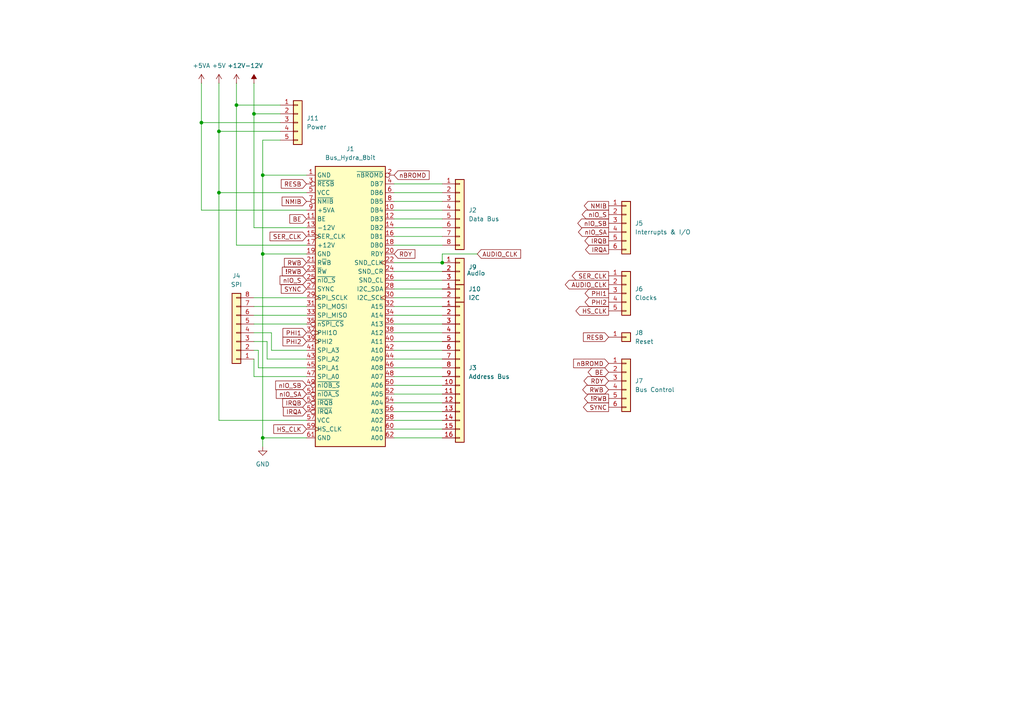
<source format=kicad_sch>
(kicad_sch (version 20250114) (generator "eeschema") (generator_version "9.0")
  (paper "A4")
  (lib_symbols
    (symbol "Connector:Bus_Hydra_8bit"
      (property "Reference" "J1" (at 0 45.72 0))
      (property "Value" "Bus_Hydra_8bit" (at 0 43.18 0))
      (symbol "Bus_Hydra_8bit_0_1"
        (rectangle (start -10.16 40.64) (end 10.16 -40.64) (stroke (width 0.254)) (fill (type background)))
      )
      (symbol "Bus_Hydra_8bit_1_1"
        (pin power_in line (at -12.7 38.1 0) (length 2.54) (name "GND") (number "1"))
        (pin output inverted (at -12.7 35.56 0) (length 2.54) (name "~{RESB}") (number "3"))
        (pin power_in line (at -12.7 33.02 0) (length 2.54) (name "VCC") (number "5"))
        (pin passive inverted (at -12.7 30.48 0) (length 2.54) (name "~{NMIB}") (number "7"))
        (pin power_in line (at -12.7 27.94 0) (length 2.54) (name "+5VA") (number "9"))
        (pin bidirectional line (at -12.7 25.4 0) (length 2.54) (name "BE") (number "11"))
        (pin power_in line (at -12.7 22.86 0) (length 2.54) (name "-12V") (number "13"))
        (pin output clock (at -12.7 20.32 0) (length 2.54) (name "SER_CLK") (number "15"))
        (pin power_in line (at -12.7 17.78 0) (length 2.54) (name "+12V") (number "17"))
        (pin power_in line (at -12.7 15.24 0) (length 2.54) (name "GND") (number "19"))
        (pin tri_state line (at -12.7 12.7 0) (length 2.54) (name "R~{W}B") (number "21"))
        (pin output line (at -12.7 10.16 0) (length 2.54) (name "~{R}W") (number "23"))
        (pin output inverted (at -12.7 7.62 0) (length 2.54) (name "~{nIO_S}") (number "25"))
        (pin output line (at -12.7 5.08 0) (length 2.54) (name "SYNC") (number "27"))
        (pin output clock (at -12.7 2.54 0) (length 2.54) (name "SPI_SCLK") (number "29"))
        (pin output line (at -12.7 0 0) (length 2.54) (name "SPI_MOSI") (number "31"))
        (pin input line (at -12.7 -2.54 0) (length 2.54) (name "SPI_MISO") (number "33"))
        (pin output inverted (at -12.7 -5.08 0) (length 2.54) (name "~{nSPI_CS}") (number "35"))
        (pin output inverted_clock (at -12.7 -7.62 0) (length 2.54) (name "PHI1O") (number "37"))
        (pin output clock (at -12.7 -10.16 0) (length 2.54) (name "PHI2") (number "39"))
        (pin output line (at -12.7 -12.7 0) (length 2.54) (name "SPI_A3") (number "41"))
        (pin output line (at -12.7 -15.24 0) (length 2.54) (name "SPI_A2") (number "43"))
        (pin output line (at -12.7 -17.78 0) (length 2.54) (name "SPI_A1") (number "45"))
        (pin output line (at -12.7 -20.32 0) (length 2.54) (name "SPI_A0") (number "47"))
        (pin output inverted (at -12.7 -22.86 0) (length 2.54) (name "~{nIOB_S}") (number "49"))
        (pin output inverted (at -12.7 -25.4 0) (length 2.54) (name "~{nIOA_S}") (number "51"))
        (pin input inverted (at -12.7 -27.94 0) (length 2.54) (name "~{IRQB}") (number "53"))
        (pin input inverted (at -12.7 -30.48 0) (length 2.54) (name "~{IRQA}") (number "55"))
        (pin power_in line (at -12.7 -33.02 0) (length 2.54) (name "VCC") (number "57"))
        (pin output clock (at -12.7 -35.56 0) (length 2.54) (name "HS_CLK") (number "59"))
        (pin power_in line (at -12.7 -38.1 0) (length 2.54) (name "GND") (number "61"))
        (pin input inverted (at 12.7 38.1 180) (length 2.54) (name "~{nBROMD}") (number "2"))
        (pin tri_state line (at 12.7 35.56 180) (length 2.54) (name "DB7") (number "4"))
        (pin tri_state line (at 12.7 33.02 180) (length 2.54) (name "DB6") (number "6"))
        (pin tri_state line (at 12.7 30.48 180) (length 2.54) (name "DB5") (number "8"))
        (pin tri_state line (at 12.7 27.94 180) (length 2.54) (name "DB4") (number "10"))
        (pin tri_state line (at 12.7 25.4 180) (length 2.54) (name "DB3") (number "12"))
        (pin tri_state line (at 12.7 22.86 180) (length 2.54) (name "DB2") (number "14"))
        (pin tri_state line (at 12.7 20.32 180) (length 2.54) (name "DB1") (number "16"))
        (pin tri_state line (at 12.7 17.78 180) (length 2.54) (name "DB0") (number "18"))
        (pin output line (at 12.7 15.24 180) (length 2.54) (name "RDY") (number "20"))
        (pin output clock (at 12.7 12.7 180) (length 2.54) (name "SND_CLK") (number "22"))
        (pin input line (at 12.7 10.16 180) (length 2.54) (name "SND_CR") (number "24"))
        (pin input line (at 12.7 7.62 180) (length 2.54) (name "SND_CL") (number "26"))
        (pin bidirectional line (at 12.7 5.08 180) (length 2.54) (name "I2C_SDA") (number "28"))
        (pin output clock (at 12.7 2.54 180) (length 2.54) (name "I2C_SCL") (number "30"))
        (pin tri_state line (at 12.7 0 180) (length 2.54) (name "A15") (number "32"))
        (pin tri_state line (at 12.7 -2.54 180) (length 2.54) (name "A14") (number "34"))
        (pin tri_state line (at 12.7 -5.08 180) (length 2.54) (name "A13") (number "36"))
        (pin tri_state line (at 12.7 -7.62 180) (length 2.54) (name "A12") (number "38"))
        (pin tri_state line (at 12.7 -10.16 180) (length 2.54) (name "A11") (number "40"))
        (pin tri_state line (at 12.7 -12.7 180) (length 2.54) (name "A10") (number "42"))
        (pin tri_state line (at 12.7 -15.24 180) (length 2.54) (name "A09") (number "44"))
        (pin tri_state line (at 12.7 -17.78 180) (length 2.54) (name "A08") (number "46"))
        (pin tri_state line (at 12.7 -20.32 180) (length 2.54) (name "A07") (number "48"))
        (pin tri_state line (at 12.7 -22.86 180) (length 2.54) (name "A06") (number "50"))
        (pin tri_state line (at 12.7 -25.4 180) (length 2.54) (name "A05") (number "52"))
        (pin tri_state line (at 12.7 -27.94 180) (length 2.54) (name "A04") (number "54"))
        (pin tri_state line (at 12.7 -30.48 180) (length 2.54) (name "A03") (number "56"))
        (pin tri_state line (at 12.7 -33.02 180) (length 2.54) (name "A02") (number "58"))
        (pin tri_state line (at 12.7 -35.56 180) (length 2.54) (name "A01") (number "60"))
        (pin tri_state line (at 12.7 -38.1 180) (length 2.54) (name "A00") (number "62"))
      )
    )
    (symbol "Connector_Generic:Conn_01x01" (pin_names (offset 1.016) (hide yes))
      (property "Reference" "J" (at 0 2.54 0))
      (property "Value" "Conn_01x01" (at 0 -2.54 0))
      (symbol "Conn_01x01_1_1"
        (rectangle (start -1.27 1.27) (end 1.27 -1.27) (stroke (width 0.254)) (fill (type background)))
        (rectangle (start -1.27 0.127) (end 0 -0.127) (stroke (width 0.1524)))
        (pin passive line (at -5.08 0 0) (length 3.81) (name "Pin_1") (number "1"))
      )
    )
    (symbol "Connector_Generic:Conn_01x02" (pin_names (offset 1.016) (hide yes))
      (property "Reference" "J" (at 0 2.54 0))
      (property "Value" "Conn_01x02" (at 0 -5.08 0))
      (symbol "Conn_01x02_1_1"
        (rectangle (start -1.27 1.27) (end 1.27 -3.81) (stroke (width 0.254)) (fill (type background)))
        (rectangle (start -1.27 0.127) (end 0 -0.127) (stroke (width 0.1524)))
        (rectangle (start -1.27 -2.413) (end 0 -2.667) (stroke (width 0.1524)))
        (pin passive line (at -5.08 0 0) (length 3.81) (name "Pin_1") (number "1"))
        (pin passive line (at -5.08 -2.54 0) (length 3.81) (name "Pin_2") (number "2"))
      )
    )
    (symbol "Connector_Generic:Conn_01x03" (pin_names (offset 1.016) (hide yes))
      (property "Reference" "J" (at 0 5.08 0))
      (property "Value" "Conn_01x03" (at 0 -5.08 0))
      (symbol "Conn_01x03_1_1"
        (rectangle (start -1.27 3.81) (end 1.27 -3.81) (stroke (width 0.254)) (fill (type background)))
        (rectangle (start -1.27 2.667) (end 0 2.413) (stroke (width 0.1524)))
        (rectangle (start -1.27 0.127) (end 0 -0.127) (stroke (width 0.1524)))
        (rectangle (start -1.27 -2.413) (end 0 -2.667) (stroke (width 0.1524)))
        (pin passive line (at -5.08 2.54 0) (length 3.81) (name "Pin_1") (number "1"))
        (pin passive line (at -5.08 0 0) (length 3.81) (name "Pin_2") (number "2"))
        (pin passive line (at -5.08 -2.54 0) (length 3.81) (name "Pin_3") (number "3"))
      )
    )
    (symbol "Connector_Generic:Conn_01x05" (pin_names (offset 1.016) (hide yes))
      (property "Reference" "J" (at 0 7.62 0))
      (property "Value" "Conn_01x05" (at 0 -7.62 0))
      (symbol "Conn_01x05_1_1"
        (rectangle (start -1.27 6.35) (end 1.27 -6.35) (stroke (width 0.254)) (fill (type background)))
        (rectangle (start -1.27 5.207) (end 0 4.953) (stroke (width 0.1524)))
        (rectangle (start -1.27 2.667) (end 0 2.413) (stroke (width 0.1524)))
        (rectangle (start -1.27 0.127) (end 0 -0.127) (stroke (width 0.1524)))
        (rectangle (start -1.27 -2.413) (end 0 -2.667) (stroke (width 0.1524)))
        (rectangle (start -1.27 -4.953) (end 0 -5.207) (stroke (width 0.1524)))
        (pin passive line (at -5.08 5.08 0) (length 3.81) (name "Pin_1") (number "1"))
        (pin passive line (at -5.08 2.54 0) (length 3.81) (name "Pin_2") (number "2"))
        (pin passive line (at -5.08 0 0) (length 3.81) (name "Pin_3") (number "3"))
        (pin passive line (at -5.08 -2.54 0) (length 3.81) (name "Pin_4") (number "4"))
        (pin passive line (at -5.08 -5.08 0) (length 3.81) (name "Pin_5") (number "5"))
      )
    )
    (symbol "Connector_Generic:Conn_01x06" (pin_names (offset 1.016) (hide yes))
      (property "Reference" "J" (at 0 7.62 0))
      (property "Value" "Conn_01x06" (at 0 -10.16 0))
      (symbol "Conn_01x06_1_1"
        (rectangle (start -1.27 6.35) (end 1.27 -8.89) (stroke (width 0.254)) (fill (type background)))
        (rectangle (start -1.27 5.207) (end 0 4.953) (stroke (width 0.1524)))
        (rectangle (start -1.27 2.667) (end 0 2.413) (stroke (width 0.1524)))
        (rectangle (start -1.27 0.127) (end 0 -0.127) (stroke (width 0.1524)))
        (rectangle (start -1.27 -2.413) (end 0 -2.667) (stroke (width 0.1524)))
        (rectangle (start -1.27 -4.953) (end 0 -5.207) (stroke (width 0.1524)))
        (rectangle (start -1.27 -7.493) (end 0 -7.747) (stroke (width 0.1524)))
        (pin passive line (at -5.08 5.08 0) (length 3.81) (name "Pin_1") (number "1"))
        (pin passive line (at -5.08 2.54 0) (length 3.81) (name "Pin_2") (number "2"))
        (pin passive line (at -5.08 0 0) (length 3.81) (name "Pin_3") (number "3"))
        (pin passive line (at -5.08 -2.54 0) (length 3.81) (name "Pin_4") (number "4"))
        (pin passive line (at -5.08 -5.08 0) (length 3.81) (name "Pin_5") (number "5"))
        (pin passive line (at -5.08 -7.62 0) (length 3.81) (name "Pin_6") (number "6"))
      )
    )
    (symbol "Connector_Generic:Conn_01x08" (pin_names (offset 1.016) (hide yes))
      (property "Reference" "J" (at 0 10.16 0))
      (property "Value" "Conn_01x08" (at 0 -12.7 0))
      (symbol "Conn_01x08_1_1"
        (rectangle (start -1.27 8.89) (end 1.27 -11.43) (stroke (width 0.254)) (fill (type background)))
        (rectangle (start -1.27 7.747) (end 0 7.493) (stroke (width 0.1524)))
        (rectangle (start -1.27 5.207) (end 0 4.953) (stroke (width 0.1524)))
        (rectangle (start -1.27 2.667) (end 0 2.413) (stroke (width 0.1524)))
        (rectangle (start -1.27 0.127) (end 0 -0.127) (stroke (width 0.1524)))
        (rectangle (start -1.27 -2.413) (end 0 -2.667) (stroke (width 0.1524)))
        (rectangle (start -1.27 -4.953) (end 0 -5.207) (stroke (width 0.1524)))
        (rectangle (start -1.27 -7.493) (end 0 -7.747) (stroke (width 0.1524)))
        (rectangle (start -1.27 -10.033) (end 0 -10.287) (stroke (width 0.1524)))
        (pin passive line (at -5.08 7.62 0) (length 3.81) (name "Pin_1") (number "1"))
        (pin passive line (at -5.08 5.08 0) (length 3.81) (name "Pin_2") (number "2"))
        (pin passive line (at -5.08 2.54 0) (length 3.81) (name "Pin_3") (number "3"))
        (pin passive line (at -5.08 0 0) (length 3.81) (name "Pin_4") (number "4"))
        (pin passive line (at -5.08 -2.54 0) (length 3.81) (name "Pin_5") (number "5"))
        (pin passive line (at -5.08 -5.08 0) (length 3.81) (name "Pin_6") (number "6"))
        (pin passive line (at -5.08 -7.62 0) (length 3.81) (name "Pin_7") (number "7"))
        (pin passive line (at -5.08 -10.16 0) (length 3.81) (name "Pin_8") (number "8"))
      )
    )
    (symbol "Connector_Generic:Conn_01x16" (pin_names (offset 1.016) (hide yes))
      (property "Reference" "J" (at 0 20.32 0))
      (property "Value" "Conn_01x16" (at 0 -22.86 0))
      (symbol "Conn_01x16_1_1"
        (rectangle (start -1.27 19.05) (end 1.27 -21.59) (stroke (width 0.254)) (fill (type background)))
        (rectangle (start -1.27 17.907) (end 0 17.653) (stroke (width 0.1524)))
        (rectangle (start -1.27 15.367) (end 0 15.113) (stroke (width 0.1524)))
        (rectangle (start -1.27 12.827) (end 0 12.573) (stroke (width 0.1524)))
        (rectangle (start -1.27 10.287) (end 0 10.033) (stroke (width 0.1524)))
        (rectangle (start -1.27 7.747) (end 0 7.493) (stroke (width 0.1524)))
        (rectangle (start -1.27 5.207) (end 0 4.953) (stroke (width 0.1524)))
        (rectangle (start -1.27 2.667) (end 0 2.413) (stroke (width 0.1524)))
        (rectangle (start -1.27 0.127) (end 0 -0.127) (stroke (width 0.1524)))
        (rectangle (start -1.27 -2.413) (end 0 -2.667) (stroke (width 0.1524)))
        (rectangle (start -1.27 -4.953) (end 0 -5.207) (stroke (width 0.1524)))
        (rectangle (start -1.27 -7.493) (end 0 -7.747) (stroke (width 0.1524)))
        (rectangle (start -1.27 -10.033) (end 0 -10.287) (stroke (width 0.1524)))
        (rectangle (start -1.27 -12.573) (end 0 -12.827) (stroke (width 0.1524)))
        (rectangle (start -1.27 -15.113) (end 0 -15.367) (stroke (width 0.1524)))
        (rectangle (start -1.27 -17.653) (end 0 -17.907) (stroke (width 0.1524)))
        (rectangle (start -1.27 -20.193) (end 0 -20.447) (stroke (width 0.1524)))
        (pin passive line (at -5.08 17.78 0) (length 3.81) (name "Pin_1") (number "1"))
        (pin passive line (at -5.08 15.24 0) (length 3.81) (name "Pin_2") (number "2"))
        (pin passive line (at -5.08 12.7 0) (length 3.81) (name "Pin_3") (number "3"))
        (pin passive line (at -5.08 10.16 0) (length 3.81) (name "Pin_4") (number "4"))
        (pin passive line (at -5.08 7.62 0) (length 3.81) (name "Pin_5") (number "5"))
        (pin passive line (at -5.08 5.08 0) (length 3.81) (name "Pin_6") (number "6"))
        (pin passive line (at -5.08 2.54 0) (length 3.81) (name "Pin_7") (number "7"))
        (pin passive line (at -5.08 0 0) (length 3.81) (name "Pin_8") (number "8"))
        (pin passive line (at -5.08 -2.54 0) (length 3.81) (name "Pin_9") (number "9"))
        (pin passive line (at -5.08 -5.08 0) (length 3.81) (name "Pin_10") (number "10"))
        (pin passive line (at -5.08 -7.62 0) (length 3.81) (name "Pin_11") (number "11"))
        (pin passive line (at -5.08 -10.16 0) (length 3.81) (name "Pin_12") (number "12"))
        (pin passive line (at -5.08 -12.7 0) (length 3.81) (name "Pin_13") (number "13"))
        (pin passive line (at -5.08 -15.24 0) (length 3.81) (name "Pin_14") (number "14"))
        (pin passive line (at -5.08 -17.78 0) (length 3.81) (name "Pin_15") (number "15"))
        (pin passive line (at -5.08 -20.32 0) (length 3.81) (name "Pin_16") (number "16"))
      )
    )
    (symbol "power:+12V" (power) (pin_numbers (hide yes)) (pin_names (offset 0) (hide yes))
      (property "Value" "+12V" (at 0 3.556 0))
      (symbol "+12V_0_1"
        (polyline (pts (xy -0.762 1.27) (xy 0 2.54)))
        (polyline (pts (xy 0 2.54) (xy 0.762 1.27)))
        (polyline (pts (xy 0 0) (xy 0 2.54)))
      )
      (symbol "+12V_1_1"
        (pin power_in line (at 0 0 90) (length 0) (name "~") (number "1"))
      )
    )
    (symbol "power:+5V" (power) (pin_numbers (hide yes)) (pin_names (offset 0) (hide yes))
      (property "Value" "+5V" (at 0 3.556 0))
      (symbol "+5V_0_1"
        (polyline (pts (xy -0.762 1.27) (xy 0 2.54)))
        (polyline (pts (xy 0 2.54) (xy 0.762 1.27)))
        (polyline (pts (xy 0 0) (xy 0 2.54)))
      )
      (symbol "+5V_1_1"
        (pin power_in line (at 0 0 90) (length 0) (name "~") (number "1"))
      )
    )
    (symbol "power:+5VA" (power) (pin_numbers (hide yes)) (pin_names (offset 0) (hide yes))
      (property "Value" "+5VA" (at 0 3.556 0))
      (symbol "+5VA_0_1"
        (polyline (pts (xy -0.762 1.27) (xy 0 2.54)))
        (polyline (pts (xy 0 2.54) (xy 0.762 1.27)))
        (polyline (pts (xy 0 0) (xy 0 2.54)))
      )
      (symbol "+5VA_1_1"
        (pin power_in line (at 0 0 90) (length 0) (name "~") (number "1"))
      )
    )
    (symbol "power:-12V" (power) (pin_numbers (hide yes)) (pin_names (offset 0) (hide yes))
      (property "Value" "-12V" (at 0 3.556 0))
      (symbol "-12V_0_0"
        (pin power_in line (at 0 0 90) (length 0) (name "~") (number "1"))
      )
      (symbol "-12V_0_1"
        (polyline (pts (xy 0 0) (xy 0 1.27) (xy 0.762 1.27) (xy 0 2.54) (xy -0.762 1.27) (xy 0 1.27)) (fill (type outline)))
      )
    )
    (symbol "power:GND" (power) (pin_numbers (hide yes)) (pin_names (offset 0) (hide yes))
      (property "Value" "GND" (at 0 -3.81 0))
      (symbol "GND_0_1"
        (polyline (pts (xy 0 0) (xy 0 -1.27) (xy 1.27 -1.27) (xy 0 -2.54) (xy -1.27 -1.27) (xy 0 -1.27)))
      )
      (symbol "GND_1_1"
        (pin power_in line (at 0 0 270) (length 0) (name "~") (number "1"))
      )
    )
  )
  (junction (at 63.5 55.88))
  (junction (at 63.5 38.1))
  (junction (at 128.27 76.2))
  (junction (at 58.42 35.56))
  (junction (at 73.66 33.02))
  (junction (at 76.2 50.8))
  (junction (at 76.2 73.66))
  (junction (at 76.2 127))
  (junction (at 68.58 30.48))
  (wire (pts (xy 78.74 101.6) (xy 78.74 96.52)))
  (wire (pts (xy 128.27 68.58) (xy 114.3 68.58)))
  (wire (pts (xy 73.66 104.14) (xy 73.66 109.22)))
  (wire (pts (xy 73.66 33.02) (xy 73.66 66.04)))
  (wire (pts (xy 128.27 55.88) (xy 114.3 55.88)))
  (wire (pts (xy 114.3 86.36) (xy 128.27 86.36)))
  (wire (pts (xy 88.9 127) (xy 76.2 127)))
  (wire (pts (xy 128.27 109.22) (xy 114.3 109.22)))
  (wire (pts (xy 128.27 121.92) (xy 114.3 121.92)))
  (wire (pts (xy 128.27 116.84) (xy 114.3 116.84)))
  (wire (pts (xy 128.27 53.34) (xy 114.3 53.34)))
  (wire (pts (xy 128.27 93.98) (xy 114.3 93.98)))
  (wire (pts (xy 88.9 121.92) (xy 63.5 121.92)))
  (wire (pts (xy 76.2 50.8) (xy 76.2 73.66)))
  (wire (pts (xy 128.27 96.52) (xy 114.3 96.52)))
  (wire (pts (xy 128.27 124.46) (xy 114.3 124.46)))
  (wire (pts (xy 128.27 88.9) (xy 114.3 88.9)))
  (wire (pts (xy 128.27 60.96) (xy 114.3 60.96)))
  (wire (pts (xy 114.3 81.28) (xy 128.27 81.28)))
  (wire (pts (xy 128.27 63.5) (xy 114.3 63.5)))
  (wire (pts (xy 76.2 127) (xy 76.2 129.54)))
  (wire (pts (xy 63.5 121.92) (xy 63.5 55.88)))
  (wire (pts (xy 128.27 114.3) (xy 114.3 114.3)))
  (wire (pts (xy 138.43 73.66) (xy 128.27 73.66)))
  (wire (pts (xy 88.9 71.12) (xy 68.58 71.12)))
  (wire (pts (xy 88.9 60.96) (xy 58.42 60.96)))
  (wire (pts (xy 68.58 24.13) (xy 68.58 30.48)))
  (wire (pts (xy 73.66 24.13) (xy 73.66 33.02)))
  (wire (pts (xy 73.66 101.6) (xy 74.93 101.6)))
  (wire (pts (xy 128.27 104.14) (xy 114.3 104.14)))
  (wire (pts (xy 74.93 106.68) (xy 88.9 106.68)))
  (wire (pts (xy 73.66 33.02) (xy 81.28 33.02)))
  (wire (pts (xy 77.47 104.14) (xy 77.47 99.06)))
  (wire (pts (xy 76.2 73.66) (xy 88.9 73.66)))
  (wire (pts (xy 58.42 35.56) (xy 58.42 60.96)))
  (wire (pts (xy 128.27 119.38) (xy 114.3 119.38)))
  (wire (pts (xy 63.5 38.1) (xy 63.5 55.88)))
  (wire (pts (xy 114.3 83.82) (xy 128.27 83.82)))
  (wire (pts (xy 88.9 50.8) (xy 76.2 50.8)))
  (wire (pts (xy 128.27 71.12) (xy 114.3 71.12)))
  (wire (pts (xy 128.27 91.44) (xy 114.3 91.44)))
  (wire (pts (xy 76.2 73.66) (xy 76.2 127)))
  (wire (pts (xy 68.58 30.48) (xy 68.58 71.12)))
  (wire (pts (xy 128.27 127) (xy 114.3 127)))
  (wire (pts (xy 68.58 30.48) (xy 81.28 30.48)))
  (wire (pts (xy 128.27 73.66) (xy 128.27 76.2)))
  (wire (pts (xy 128.27 76.2) (xy 114.3 76.2)))
  (wire (pts (xy 63.5 38.1) (xy 81.28 38.1)))
  (wire (pts (xy 77.47 99.06) (xy 73.66 99.06)))
  (wire (pts (xy 73.66 86.36) (xy 88.9 86.36)))
  (wire (pts (xy 78.74 96.52) (xy 73.66 96.52)))
  (wire (pts (xy 73.66 91.44) (xy 88.9 91.44)))
  (wire (pts (xy 128.27 101.6) (xy 114.3 101.6)))
  (wire (pts (xy 58.42 24.13) (xy 58.42 35.56)))
  (wire (pts (xy 81.28 40.64) (xy 76.2 40.64)))
  (wire (pts (xy 63.5 24.13) (xy 63.5 38.1)))
  (wire (pts (xy 88.9 66.04) (xy 73.66 66.04)))
  (wire (pts (xy 73.66 93.98) (xy 88.9 93.98)))
  (wire (pts (xy 128.27 99.06) (xy 114.3 99.06)))
  (wire (pts (xy 114.3 78.74) (xy 128.27 78.74)))
  (wire (pts (xy 128.27 111.76) (xy 114.3 111.76)))
  (wire (pts (xy 58.42 35.56) (xy 81.28 35.56)))
  (wire (pts (xy 73.66 109.22) (xy 88.9 109.22)))
  (wire (pts (xy 88.9 104.14) (xy 77.47 104.14)))
  (wire (pts (xy 63.5 55.88) (xy 88.9 55.88)))
  (wire (pts (xy 76.2 40.64) (xy 76.2 50.8)))
  (wire (pts (xy 88.9 101.6) (xy 78.74 101.6)))
  (wire (pts (xy 128.27 58.42) (xy 114.3 58.42)))
  (wire (pts (xy 128.27 106.68) (xy 114.3 106.68)))
  (wire (pts (xy 74.93 101.6) (xy 74.93 106.68)))
  (wire (pts (xy 73.66 88.9) (xy 88.9 88.9)))
  (wire (pts (xy 128.27 66.04) (xy 114.3 66.04)))
  (global_label "!RWB" (shape output) (at 176.53 115.57 180) (property "Intersheetrefs" "${INTERSHEET_REFS}" (effects (hide yes))))
  (global_label "nIO_S" (shape output) (at 176.53 62.23 180) (property "Intersheetrefs" "${INTERSHEET_REFS}" (effects (hide yes))))
  (global_label "NMIB" (shape output) (at 176.53 59.69 180) (property "Intersheetrefs" "${INTERSHEET_REFS}" (effects (hide yes))))
  (global_label "PHI1" (shape input) (at 88.9 96.52 180) (property "Intersheetrefs" "${INTERSHEET_REFS}" (effects (hide yes))))
  (global_label "AUDIO_CLK" (shape output) (at 176.53 82.55 180) (property "Intersheetrefs" "${INTERSHEET_REFS}" (effects (hide yes))))
  (global_label "BE" (shape bidirectional) (at 176.53 107.95 180) (property "Intersheetrefs" "${INTERSHEET_REFS}" (effects (hide yes))))
  (global_label "HS_CLK" (shape input) (at 88.9 124.46 180) (property "Intersheetrefs" "${INTERSHEET_REFS}" (effects (hide yes))))
  (global_label "nBROMD" (shape input) (at 176.53 105.41 180) (property "Intersheetrefs" "${INTERSHEET_REFS}" (effects (hide yes))))
  (global_label "RWB" (shape bidirectional) (at 176.53 113.03 180) (property "Intersheetrefs" "${INTERSHEET_REFS}" (effects (hide yes))))
  (global_label "RWB" (shape input) (at 88.9 76.2 180) (property "Intersheetrefs" "${INTERSHEET_REFS}" (effects (hide yes))))
  (global_label "SER_CLK" (shape output) (at 176.53 80.01 180) (property "Intersheetrefs" "${INTERSHEET_REFS}" (effects (hide yes))))
  (global_label "RESB" (shape input) (at 176.53 97.79 180) (property "Intersheetrefs" "${INTERSHEET_REFS}" (effects (hide yes))))
  (global_label "nIO_SB" (shape input) (at 88.9 111.76 180) (property "Intersheetrefs" "${INTERSHEET_REFS}" (effects (hide yes))))
  (global_label "RDY" (shape input) (at 114.3 73.66 0) (property "Intersheetrefs" "${INTERSHEET_REFS}" (effects (hide yes))))
  (global_label "!RWB" (shape input) (at 88.9 78.74 180) (property "Intersheetrefs" "${INTERSHEET_REFS}" (effects (hide yes))))
  (global_label "AUDIO_CLK" (shape input) (at 138.43 73.66 0) (property "Intersheetrefs" "${INTERSHEET_REFS}" (effects (hide yes))))
  (global_label "PHI2" (shape input) (at 88.9 99.06 180) (property "Intersheetrefs" "${INTERSHEET_REFS}" (effects (hide yes))))
  (global_label "PHI1" (shape output) (at 176.53 85.09 180) (property "Intersheetrefs" "${INTERSHEET_REFS}" (effects (hide yes))))
  (global_label "IRQB" (shape output) (at 176.53 69.85 180) (property "Intersheetrefs" "${INTERSHEET_REFS}" (effects (hide yes))))
  (global_label "nIO_S" (shape input) (at 88.9 81.28 180) (property "Intersheetrefs" "${INTERSHEET_REFS}" (effects (hide yes))))
  (global_label "IRQB" (shape input) (at 88.9 116.84 180) (property "Intersheetrefs" "${INTERSHEET_REFS}" (effects (hide yes))))
  (global_label "IRQA" (shape input) (at 88.9 119.38 180) (property "Intersheetrefs" "${INTERSHEET_REFS}" (effects (hide yes))))
  (global_label "SYNC" (shape output) (at 176.53 118.11 180) (property "Intersheetrefs" "${INTERSHEET_REFS}" (effects (hide yes))))
  (global_label "RESB" (shape input) (at 88.9 53.34 180) (property "Intersheetrefs" "${INTERSHEET_REFS}" (effects (hide yes))))
  (global_label "NMIB" (shape input) (at 88.9 58.42 180) (property "Intersheetrefs" "${INTERSHEET_REFS}" (effects (hide yes))))
  (global_label "IRQA" (shape output) (at 176.53 72.39 180) (property "Intersheetrefs" "${INTERSHEET_REFS}" (effects (hide yes))))
  (global_label "SER_CLK" (shape input) (at 88.9 68.58 180) (property "Intersheetrefs" "${INTERSHEET_REFS}" (effects (hide yes))))
  (global_label "nBROMD" (shape input) (at 114.3 50.8 0) (property "Intersheetrefs" "${INTERSHEET_REFS}" (effects (hide yes))))
  (global_label "SYNC" (shape input) (at 88.9 83.82 180) (property "Intersheetrefs" "${INTERSHEET_REFS}" (effects (hide yes))))
  (global_label "PHI2" (shape output) (at 176.53 87.63 180) (property "Intersheetrefs" "${INTERSHEET_REFS}" (effects (hide yes))))
  (global_label "nIO_SA" (shape input) (at 88.9 114.3 180) (property "Intersheetrefs" "${INTERSHEET_REFS}" (effects (hide yes))))
  (global_label "nIO_SB" (shape output) (at 176.53 64.77 180) (property "Intersheetrefs" "${INTERSHEET_REFS}" (effects (hide yes))))
  (global_label "BE" (shape input) (at 88.9 63.5 180) (property "Intersheetrefs" "${INTERSHEET_REFS}" (effects (hide yes))))
  (global_label "RDY" (shape bidirectional) (at 176.53 110.49 180) (property "Intersheetrefs" "${INTERSHEET_REFS}" (effects (hide yes))))
  (global_label "HS_CLK" (shape output) (at 176.53 90.17 180) (property "Intersheetrefs" "${INTERSHEET_REFS}" (effects (hide yes))))
  (global_label "nIO_SA" (shape output) (at 176.53 67.31 180) (property "Intersheetrefs" "${INTERSHEET_REFS}" (effects (hide yes))))
  (symbol (lib_id "Connector_Generic:Conn_01x02") (at 133.35 83.82 0) (unit 1)
    (property "Reference" "J10" (at 135.89 83.8199 0) (effects (justify left)))
    (property "Value" "I2C" (at 135.89 86.3599 0) (effects (justify left)))
    (property "Footprint" "Connector_PinHeader_2.54mm:PinHeader_1x02_P2.54mm_Vertical" (effects (hide yes)))
    (property "Description" "Generic connector, single row, 01x02, script generated (kicad-library-utils/schlib/autogen/connector/)" (effects (hide yes)))
  )
  (symbol (lib_id "power:+12V") (at 68.58 24.13 0) (unit 1)
    (property "Reference" "#PWR03" (effects (hide yes)))
    (property "Value" "+12V" (at 68.58 19.05 0))
    (property "Description" "Power symbol creates a global label with name \"+12V\"" (effects (hide yes)))
  )
  (symbol (lib_id "power:-12V") (at 73.66 24.13 0) (unit 1)
    (property "Reference" "#PWR04" (effects (hide yes)))
    (property "Value" "-12V" (at 73.66 19.05 0))
    (property "Description" "Power symbol creates a global label with name \"-12V\"" (effects (hide yes)))
  )
  (symbol (lib_id "Connector_Generic:Conn_01x16") (at 133.35 106.68 0) (unit 1)
    (property "Reference" "J3" (at 135.89 106.6799 0) (effects (justify left)))
    (property "Value" "Address Bus" (at 135.89 109.2199 0) (effects (justify left)))
    (property "Footprint" "Connector_PinHeader_2.54mm:PinHeader_1x16_P2.54mm_Vertical" (effects (hide yes)))
    (property "Description" "Generic connector, single row, 01x16, script generated (kicad-library-utils/schlib/autogen/connector/)" (effects (hide yes)))
  )
  (symbol (lib_id "Connector_Generic:Conn_01x06") (at 181.61 110.49 0) (unit 1)
    (property "Reference" "J7" (at 184.15 110.4899 0) (effects (justify left)))
    (property "Value" "Bus Control" (at 184.15 113.0299 0) (effects (justify left)))
    (property "Footprint" "Connector_PinHeader_2.54mm:PinHeader_1x06_P2.54mm_Vertical" (effects (hide yes)))
    (property "Description" "Generic connector, single row, 01x06, script generated (kicad-library-utils/schlib/autogen/connector/)" (effects (hide yes)))
  )
  (symbol (lib_id "Connector_Generic:Conn_01x06") (at 181.61 64.77 0) (unit 1)
    (property "Reference" "J5" (at 184.15 64.7699 0) (effects (justify left)))
    (property "Value" "Interrupts & I/O" (at 184.15 67.3099 0) (effects (justify left)))
    (property "Footprint" "Connector_PinHeader_2.54mm:PinHeader_1x06_P2.54mm_Vertical" (effects (hide yes)))
    (property "Description" "Generic connector, single row, 01x06, script generated (kicad-library-utils/schlib/autogen/connector/)" (effects (hide yes)))
  )
  (symbol (lib_id "power:GND") (at 76.2 129.54 0) (unit 1)
    (property "Reference" "#PWR01" (effects (hide yes)))
    (property "Value" "GND" (at 76.2 134.62 0))
    (property "Description" "Power symbol creates a global label with name \"GND\" , ground" (effects (hide yes)))
  )
  (symbol (lib_id "Connector:Bus_Hydra_8bit") (at 101.6 88.9 0) (unit 1)
    (property "Reference" "J1" (at 101.6 43.18 0))
    (property "Value" "Bus_Hydra_8bit" (at 101.6 45.72 0))
    (property "Footprint" "Connector_PCBEdge:BUS_Hydra_8Bit" (effects (hide yes)))
    (property "Description" "8-bit Hydra bus connector" (effects (hide yes)))
  )
  (symbol (lib_id "Connector_Generic:Conn_01x03") (at 133.35 78.74 0) (unit 1)
    (property "Reference" "J9" (at 135.89 77.4699 0) (effects (justify left)))
    (property "Value" "Audio" (at 135.382 79.248 0) (effects (justify left)))
    (property "Footprint" "Connector_PinHeader_2.54mm:PinHeader_1x03_P2.54mm_Vertical" (effects (hide yes)))
    (property "Description" "Generic connector, single row, 01x03, script generated (kicad-library-utils/schlib/autogen/connector/)" (effects (hide yes)))
  )
  (symbol (lib_id "Connector_Generic:Conn_01x08") (at 133.35 60.96 0) (unit 1)
    (property "Reference" "J2" (at 135.89 60.9599 0) (effects (justify left)))
    (property "Value" "Data Bus" (at 135.89 63.4999 0) (effects (justify left)))
    (property "Footprint" "Connector_PinHeader_2.54mm:PinHeader_1x08_P2.54mm_Vertical" (effects (hide yes)))
    (property "Description" "Generic connector, single row, 01x08, script generated (kicad-library-utils/schlib/autogen/connector/)" (effects (hide yes)))
  )
  (symbol (lib_id "Connector_Generic:Conn_01x01") (at 181.61 97.79 0) (unit 1)
    (property "Reference" "J8" (at 184.15 96.5199 0) (effects (justify left)))
    (property "Value" "Reset" (at 184.15 99.0599 0) (effects (justify left)))
    (property "Footprint" "Connector_PinHeader_2.54mm:PinHeader_1x01_P2.54mm_Vertical" (effects (hide yes)))
    (property "Description" "Generic connector, single row, 01x01, script generated (kicad-library-utils/schlib/autogen/connector/)" (effects (hide yes)))
  )
  (symbol (lib_id "Connector_Generic:Conn_01x05") (at 181.61 85.09 0) (unit 1)
    (property "Reference" "J6" (at 184.15 83.8199 0) (effects (justify left)))
    (property "Value" "Clocks" (at 184.15 86.3599 0) (effects (justify left)))
    (property "Footprint" "Connector_PinHeader_2.54mm:PinHeader_1x05_P2.54mm_Vertical" (effects (hide yes)))
    (property "Description" "Generic connector, single row, 01x05, script generated (kicad-library-utils/schlib/autogen/connector/)" (effects (hide yes)))
  )
  (symbol (lib_id "Connector_Generic:Conn_01x05") (at 86.36 35.56 0) (unit 1)
    (property "Reference" "J11" (at 88.9 34.2899 0) (effects (justify left)))
    (property "Value" "Power" (at 88.9 36.8299 0) (effects (justify left)))
    (property "Footprint" "Connector_PinHeader_2.54mm:PinHeader_1x05_P2.54mm_Vertical" (effects (hide yes)))
    (property "Description" "Generic connector, single row, 01x05, script generated (kicad-library-utils/schlib/autogen/connector/)" (effects (hide yes)))
  )
  (symbol (lib_id "power:+5V") (at 63.5 24.13 0) (unit 1)
    (property "Reference" "#PWR02" (effects (hide yes)))
    (property "Value" "+5V" (at 63.5 19.05 0))
    (property "Description" "Power symbol creates a global label with name \"+5V\"" (effects (hide yes)))
  )
  (symbol (lib_id "Connector_Generic:Conn_01x08") (at 68.58 96.52 180) (unit 1)
    (property "Reference" "J4" (at 68.58 80.01 0))
    (property "Value" "SPI" (at 68.58 82.55 0))
    (property "Footprint" "Connector_PinHeader_2.54mm:PinHeader_1x08_P2.54mm_Vertical" (effects (hide yes)))
    (property "Description" "Generic connector, single row, 01x08, script generated (kicad-library-utils/schlib/autogen/connector/)" (effects (hide yes)))
  )
  (symbol (lib_id "power:+5VA") (at 58.42 24.13 0) (unit 1)
    (property "Reference" "#PWR05" (effects (hide yes)))
    (property "Value" "+5VA" (at 58.42 19.05 0))
    (property "Description" "Power symbol creates a global label with name \"+5VA\"" (effects (hide yes)))
  )
)
</source>
